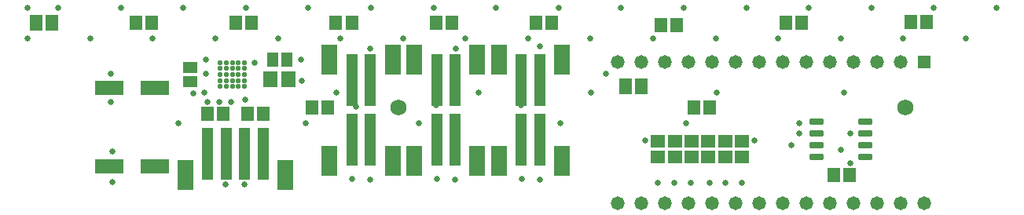
<source format=gbr>
%TF.GenerationSoftware,Altium Limited,Altium Designer,20.0.11 (256)*%
G04 Layer_Color=8388736*
%FSLAX26Y26*%
%MOIN*%
%TF.FileFunction,Soldermask,Top*%
%TF.Part,Single*%
G01*
G75*
%TA.AperFunction,ViaPad*%
%ADD42C,0.068000*%
%TA.AperFunction,ComponentPad*%
%ADD43R,0.058000X0.058000*%
%ADD44C,0.058000*%
%TA.AperFunction,ViaPad*%
%ADD45C,0.026000*%
%TA.AperFunction,SMDPad,CuDef*%
%ADD51R,0.055244X0.065087*%
%ADD52R,0.055244X0.063118*%
%ADD53R,0.047370X0.224535*%
%ADD54R,0.070992X0.126110*%
%ADD55R,0.120205X0.063118*%
%ADD56R,0.063118X0.055244*%
%ADD57R,0.061150X0.069024*%
%ADD58R,0.061150X0.045402*%
%ADD59R,0.047370X0.059181*%
%TA.AperFunction,BGAPad,CuDef*%
%ADD60C,0.022567*%
%TA.AperFunction,SMDPad,CuDef*%
G04:AMPARAMS|DCode=61|XSize=29.654mil|YSize=57.213mil|CornerRadius=5.949mil|HoleSize=0mil|Usage=FLASHONLY|Rotation=270.000|XOffset=0mil|YOffset=0mil|HoleType=Round|Shape=RoundedRectangle|*
%AMROUNDEDRECTD61*
21,1,0.029654,0.045315,0,0,270.0*
21,1,0.017756,0.057213,0,0,270.0*
1,1,0.011898,-0.022657,-0.008878*
1,1,0.011898,-0.022657,0.008878*
1,1,0.011898,0.022657,0.008878*
1,1,0.011898,0.022657,-0.008878*
%
%ADD61ROUNDEDRECTD61*%
D42*
X5930000Y1455000D02*
D03*
X8080000D02*
D03*
D43*
X8160000Y1650000D02*
D03*
D44*
X8060000D02*
D03*
X7960000D02*
D03*
X7860000D02*
D03*
X7760000D02*
D03*
X7660000D02*
D03*
X7560000D02*
D03*
X7460000D02*
D03*
X7360000D02*
D03*
X7260000D02*
D03*
X7160000D02*
D03*
X7060000D02*
D03*
X6960000D02*
D03*
X6860000D02*
D03*
X8160000Y1050000D02*
D03*
X8060000D02*
D03*
X7960000D02*
D03*
X7860000D02*
D03*
X7760000D02*
D03*
X7660000D02*
D03*
X7560000D02*
D03*
X7460000D02*
D03*
X7360000D02*
D03*
X7260000D02*
D03*
X7160000D02*
D03*
X7060000D02*
D03*
X6960000D02*
D03*
X6860000D02*
D03*
D45*
X5750000Y1460000D02*
D03*
X6810000Y1600000D02*
D03*
X5060000Y1515000D02*
D03*
X4995000Y1390000D02*
D03*
X5120000Y1480000D02*
D03*
X6270000Y1520000D02*
D03*
X6015000Y1390000D02*
D03*
X7820000Y1520000D02*
D03*
X7630000Y1390000D02*
D03*
X7150000Y1388403D02*
D03*
X7280000Y1518403D02*
D03*
X6615000Y1388403D02*
D03*
X6745000Y1518403D02*
D03*
X5535000Y1388403D02*
D03*
X5665000Y1518403D02*
D03*
X8335000Y1750000D02*
D03*
X5195000Y1130000D02*
D03*
X7630000Y1345000D02*
D03*
X4715000Y1140000D02*
D03*
Y1270000D02*
D03*
X4710000Y1600000D02*
D03*
Y1480000D02*
D03*
X5810000Y1706417D02*
D03*
Y1150000D02*
D03*
X6170000D02*
D03*
X6530000D02*
D03*
X6090000Y1465000D02*
D03*
X6450000D02*
D03*
X4355000Y1880000D02*
D03*
X7403666D02*
D03*
X7138333D02*
D03*
X6873000D02*
D03*
X6607666D02*
D03*
X6342333D02*
D03*
X6077000D02*
D03*
X5811667D02*
D03*
X5546333D02*
D03*
X5281000D02*
D03*
X5015667D02*
D03*
X4750333D02*
D03*
X4485000D02*
D03*
X8464999D02*
D03*
X7669000D02*
D03*
X7934333D02*
D03*
X8199666D02*
D03*
X5275000Y1130000D02*
D03*
X7595000Y1295000D02*
D03*
X7385000Y1136082D02*
D03*
X7314372D02*
D03*
X7250000D02*
D03*
X7170000D02*
D03*
X7030000D02*
D03*
X7100000D02*
D03*
X7845000Y1345000D02*
D03*
Y1220000D02*
D03*
X5151000Y1750000D02*
D03*
X4885667D02*
D03*
X4620333D02*
D03*
X4355000D02*
D03*
X5420000D02*
D03*
X5681667D02*
D03*
X5947000D02*
D03*
X6212333D02*
D03*
X6477666D02*
D03*
X6743000D02*
D03*
X7008333D02*
D03*
X7273666D02*
D03*
X7539000D02*
D03*
X7804333D02*
D03*
X8069666D02*
D03*
X5515000Y1660000D02*
D03*
X5318409Y1646772D02*
D03*
X5520000Y1570000D02*
D03*
X7805000Y1275000D02*
D03*
X6975000Y1315000D02*
D03*
X7440000D02*
D03*
X6530000Y1715000D02*
D03*
X6170630Y1706417D02*
D03*
X5730630Y1153583D02*
D03*
X6090630D02*
D03*
X6450630D02*
D03*
X5170000Y1480000D02*
D03*
X5220000D02*
D03*
X5279409Y1490591D02*
D03*
X5111926Y1660591D02*
D03*
Y1600591D02*
D03*
X5105000Y1520000D02*
D03*
D51*
X6958465Y1545000D02*
D03*
X6891535D02*
D03*
X4458465Y1815984D02*
D03*
X4391535D02*
D03*
D52*
X5563071Y1457412D02*
D03*
X5630000D02*
D03*
X7181535Y1455000D02*
D03*
X7248465D02*
D03*
X7571536Y1815000D02*
D03*
X7638465D02*
D03*
X7108465Y1805000D02*
D03*
X7041535D02*
D03*
X6154465Y1815000D02*
D03*
X6087535D02*
D03*
X5306465D02*
D03*
X5239535D02*
D03*
X4882465D02*
D03*
X4815535D02*
D03*
X5663536D02*
D03*
X5730465D02*
D03*
X6511536D02*
D03*
X6578465D02*
D03*
X8101535Y1820000D02*
D03*
X8168465D02*
D03*
X7776535Y1170000D02*
D03*
X7843465D02*
D03*
X5118071Y1430000D02*
D03*
X5185000D02*
D03*
X5355000D02*
D03*
X5288071D02*
D03*
D53*
X5276772Y1258563D02*
D03*
X5198032D02*
D03*
X5355512D02*
D03*
X5119291D02*
D03*
X6528740Y1318583D02*
D03*
X6450000D02*
D03*
X6169055D02*
D03*
X6090315D02*
D03*
X5809370D02*
D03*
X5730630D02*
D03*
Y1571417D02*
D03*
X5809370D02*
D03*
X6090315D02*
D03*
X6169055D02*
D03*
X6450000D02*
D03*
X6528740D02*
D03*
D54*
X5450000Y1169980D02*
D03*
X5024803D02*
D03*
X6623228Y1230000D02*
D03*
X6355512D02*
D03*
X6263543D02*
D03*
X5995827D02*
D03*
X5903858D02*
D03*
X5636142D02*
D03*
Y1660000D02*
D03*
X5903858D02*
D03*
X5995827D02*
D03*
X6263543D02*
D03*
X6355512D02*
D03*
X6623228D02*
D03*
D55*
X4896457Y1540000D02*
D03*
X4703543D02*
D03*
X4896457Y1205000D02*
D03*
X4703543D02*
D03*
D56*
X7385466Y1313465D02*
D03*
Y1246535D02*
D03*
X7030000Y1313465D02*
D03*
Y1246535D02*
D03*
X7101093Y1313465D02*
D03*
Y1246535D02*
D03*
X7172186Y1313465D02*
D03*
Y1246535D02*
D03*
X7243279Y1313465D02*
D03*
Y1246535D02*
D03*
X7314372Y1313465D02*
D03*
Y1246535D02*
D03*
D57*
X5386614Y1575000D02*
D03*
X5463386D02*
D03*
D58*
X5045000Y1564488D02*
D03*
Y1625512D02*
D03*
D59*
X5454528Y1660000D02*
D03*
X5395472D02*
D03*
D60*
X5275591Y1544409D02*
D03*
X5250000D02*
D03*
X5224409D02*
D03*
X5198819D02*
D03*
X5173228D02*
D03*
X5275591Y1570000D02*
D03*
X5250000D02*
D03*
X5224409D02*
D03*
X5198819D02*
D03*
X5173228D02*
D03*
X5275591Y1595591D02*
D03*
X5250000D02*
D03*
X5224409D02*
D03*
X5198819D02*
D03*
X5173228D02*
D03*
X5275591Y1621181D02*
D03*
X5250000D02*
D03*
X5224409D02*
D03*
X5198819D02*
D03*
X5173228D02*
D03*
X5275591Y1646772D02*
D03*
X5250000D02*
D03*
X5224409D02*
D03*
X5198819D02*
D03*
X5173228D02*
D03*
D61*
X7701654Y1395000D02*
D03*
Y1345000D02*
D03*
Y1295000D02*
D03*
Y1245000D02*
D03*
X7908346Y1395000D02*
D03*
Y1345000D02*
D03*
Y1295000D02*
D03*
Y1245000D02*
D03*
%TF.MD5,d5dfe7d9a3fc1458300a4063116483f2*%
M02*

</source>
